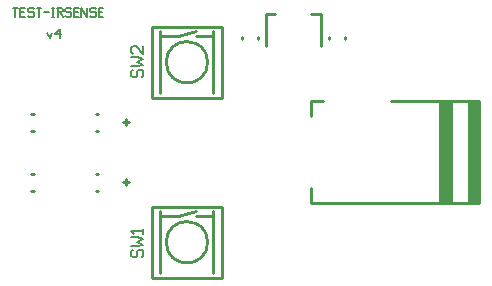
<source format=gbr>
G04 start of page 8 for group -4079 idx -4079 *
G04 Title: (unknown), topsilk *
G04 Creator: pcb 20140316 *
G04 CreationDate: Thu 20 Aug 2020 03:00:16 AM GMT UTC *
G04 For: railfan *
G04 Format: Gerber/RS-274X *
G04 PCB-Dimensions (mil): 2000.00 1200.00 *
G04 PCB-Coordinate-Origin: lower left *
%MOIN*%
%FSLAX25Y25*%
%LNTOPSILK*%
%ADD59C,0.0080*%
%ADD58C,0.0100*%
G54D58*X80543Y70000D02*X82543D01*
X81543Y71000D02*Y69000D01*
X80543Y50000D02*X82543D01*
X81543Y51000D02*Y49000D01*
G54D59*X55500Y99660D02*X56280Y98100D01*
X57060Y99660D02*X56280Y98100D01*
X57996Y99270D02*X59556Y101220D01*
X57996Y99270D02*X59946D01*
X59556Y101220D02*Y98100D01*
X44000Y108220D02*X45560D01*
X44780D02*Y105100D01*
X46496Y106816D02*X47666D01*
X46496Y105100D02*X48056D01*
X46496Y108220D02*Y105100D01*
Y108220D02*X48056D01*
X50552D02*X50942Y107830D01*
X49382Y108220D02*X50552D01*
X48992Y107830D02*X49382Y108220D01*
X48992Y107830D02*Y107050D01*
X49382Y106660D01*
X50552D01*
X50942Y106270D01*
Y105490D01*
X50552Y105100D02*X50942Y105490D01*
X49382Y105100D02*X50552D01*
X48992Y105490D02*X49382Y105100D01*
X51878Y108220D02*X53438D01*
X52658D02*Y105100D01*
X54374Y106660D02*X55934D01*
X56870Y108220D02*X57650D01*
X57260D02*Y105100D01*
X56870D02*X57650D01*
X58586Y108220D02*X60146D01*
X60536Y107830D01*
Y107050D01*
X60146Y106660D02*X60536Y107050D01*
X58976Y106660D02*X60146D01*
X58976Y108220D02*Y105100D01*
X59600Y106660D02*X60536Y105100D01*
X63032Y108220D02*X63422Y107830D01*
X61862Y108220D02*X63032D01*
X61472Y107830D02*X61862Y108220D01*
X61472Y107830D02*Y107050D01*
X61862Y106660D01*
X63032D01*
X63422Y106270D01*
Y105490D01*
X63032Y105100D02*X63422Y105490D01*
X61862Y105100D02*X63032D01*
X61472Y105490D02*X61862Y105100D01*
X64358Y106816D02*X65528D01*
X64358Y105100D02*X65918D01*
X64358Y108220D02*Y105100D01*
Y108220D02*X65918D01*
X66854D02*Y105100D01*
Y108220D02*X68804Y105100D01*
Y108220D02*Y105100D01*
X71300Y108220D02*X71690Y107830D01*
X70130Y108220D02*X71300D01*
X69740Y107830D02*X70130Y108220D01*
X69740Y107830D02*Y107050D01*
X70130Y106660D01*
X71300D01*
X71690Y106270D01*
Y105490D01*
X71300Y105100D02*X71690Y105490D01*
X70130Y105100D02*X71300D01*
X69740Y105490D02*X70130Y105100D01*
X72626Y106816D02*X73796D01*
X72626Y105100D02*X74186D01*
X72626Y108220D02*Y105100D01*
Y108220D02*X74186D01*
G54D58*X170000Y77000D02*X199500D01*
Y43000D01*
X143500D02*X199500D01*
X143500Y48000D02*Y43000D01*
Y77000D02*X147500D01*
X143500D02*Y72000D01*
X199500Y77000D02*Y43000D01*
X199000Y77000D02*Y43000D01*
X198500Y77000D02*Y43000D01*
X198000Y77000D02*Y43000D01*
X197500Y77000D02*Y43000D01*
X197000Y77000D02*Y43000D01*
X196500Y77000D02*Y43000D01*
X196000Y77000D02*Y43000D01*
X186500Y77000D02*Y43000D01*
X187000Y77000D02*Y43000D01*
X187500Y77000D02*Y43000D01*
X188000Y77000D02*Y43000D01*
X188500Y77000D02*Y43000D01*
X189000Y77000D02*Y43000D01*
X189500Y77000D02*Y43000D01*
X190000Y77000D02*Y43000D01*
X149245Y98393D02*Y97607D01*
X154755Y98393D02*Y97607D01*
X50150Y67245D02*X50936D01*
X50150Y72755D02*X50936D01*
X71650Y67245D02*X72436D01*
X71650Y72755D02*X72436D01*
X50150Y47245D02*X50936D01*
X50150Y52755D02*X50936D01*
X71650Y47245D02*X72436D01*
X71650Y52755D02*X72436D01*
X90200Y41800D02*Y18200D01*
X113800Y41800D02*Y18200D01*
X90200Y41800D02*X113800D01*
X90200Y18200D02*X113800D01*
X93150Y40325D02*Y19675D01*
X110850Y40325D02*Y19675D01*
Y38850D02*X104950D01*
X93150D02*X99050D01*
X104950Y40325D02*X99050Y38850D01*
X95100Y30000D02*G75*G03X95100Y30000I6900J0D01*G01*
G75*G03X108900Y30000I6900J0D01*G01*
X128250Y106150D02*Y95520D01*
X146750Y106150D02*Y95520D01*
X128250Y106150D02*X131500D01*
X146750D02*X143500D01*
X128250Y95520D02*X128429D01*
X146571D02*X146750D01*
X120245Y98393D02*Y97607D01*
X125755Y98393D02*Y97607D01*
X90200Y101800D02*Y78200D01*
X113800Y101800D02*Y78200D01*
X90200Y101800D02*X113800D01*
X90200Y78200D02*X113800D01*
X93150Y100325D02*Y79675D01*
X110850Y100325D02*Y79675D01*
Y98850D02*X104950D01*
X93150D02*X99050D01*
X104950Y100325D02*X99050Y98850D01*
X95100Y90000D02*G75*G03X95100Y90000I6900J0D01*G01*
G75*G03X108900Y90000I6900J0D01*G01*
G54D59*X83500Y27000D02*X84000Y27500D01*
X83500Y27000D02*Y25500D01*
X84000Y25000D02*X83500Y25500D01*
X84000Y25000D02*X85000D01*
X85500Y25500D01*
Y27000D02*Y25500D01*
Y27000D02*X86000Y27500D01*
X87000D01*
X87500Y27000D02*X87000Y27500D01*
X87500Y27000D02*Y25500D01*
X87000Y25000D02*X87500Y25500D01*
X83500Y28700D02*X85500D01*
X87500Y29200D01*
X85500Y30200D01*
X87500Y31200D01*
X85500Y31700D01*
X83500D02*X85500D01*
X84300Y32900D02*X83500Y33700D01*
X87500D01*
Y34400D02*Y32900D01*
X83500Y87000D02*X84000Y87500D01*
X83500Y87000D02*Y85500D01*
X84000Y85000D02*X83500Y85500D01*
X84000Y85000D02*X85000D01*
X85500Y85500D01*
Y87000D02*Y85500D01*
Y87000D02*X86000Y87500D01*
X87000D01*
X87500Y87000D02*X87000Y87500D01*
X87500Y87000D02*Y85500D01*
X87000Y85000D02*X87500Y85500D01*
X83500Y88700D02*X85500D01*
X87500Y89200D01*
X85500Y90200D01*
X87500Y91200D01*
X85500Y91700D01*
X83500D02*X85500D01*
X84000Y92900D02*X83500Y93400D01*
Y94900D02*Y93400D01*
Y94900D02*X84000Y95400D01*
X85000D01*
X87500Y92900D02*X85000Y95400D01*
X87500D02*Y92900D01*
M02*

</source>
